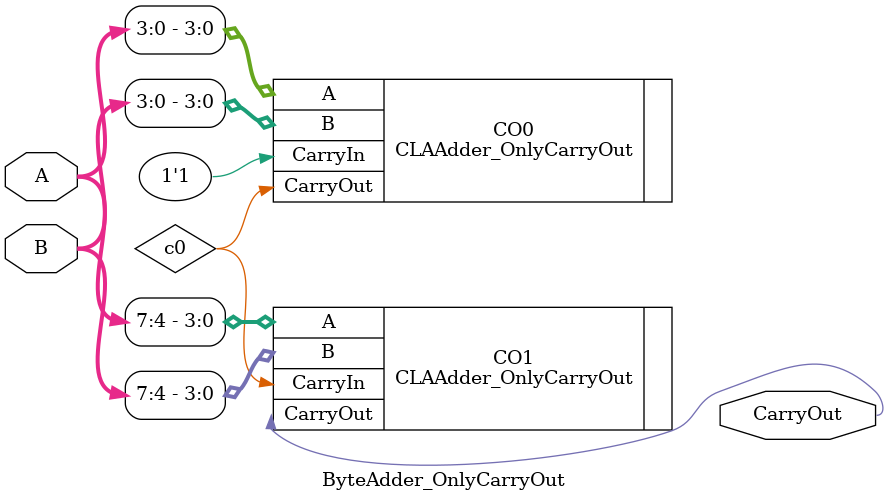
<source format=v>

`include "CLAAdder_OnlyCarryOut.v"

module ByteAdder_OnlyCarryOut(A,B,CarryOut);
	input [7:0] A,B;
	output CarryOut;
	wire c0;
	
	CLAAdder_OnlyCarryOut CO0(.A(A[3:0]),.B(B[3:0]),.CarryIn(1'b1),.CarryOut(c0));
	CLAAdder_OnlyCarryOut CO1(.A(A[7:4]),.B(B[7:4]),.CarryIn(c0),.CarryOut(CarryOut));
	
endmodule
</source>
